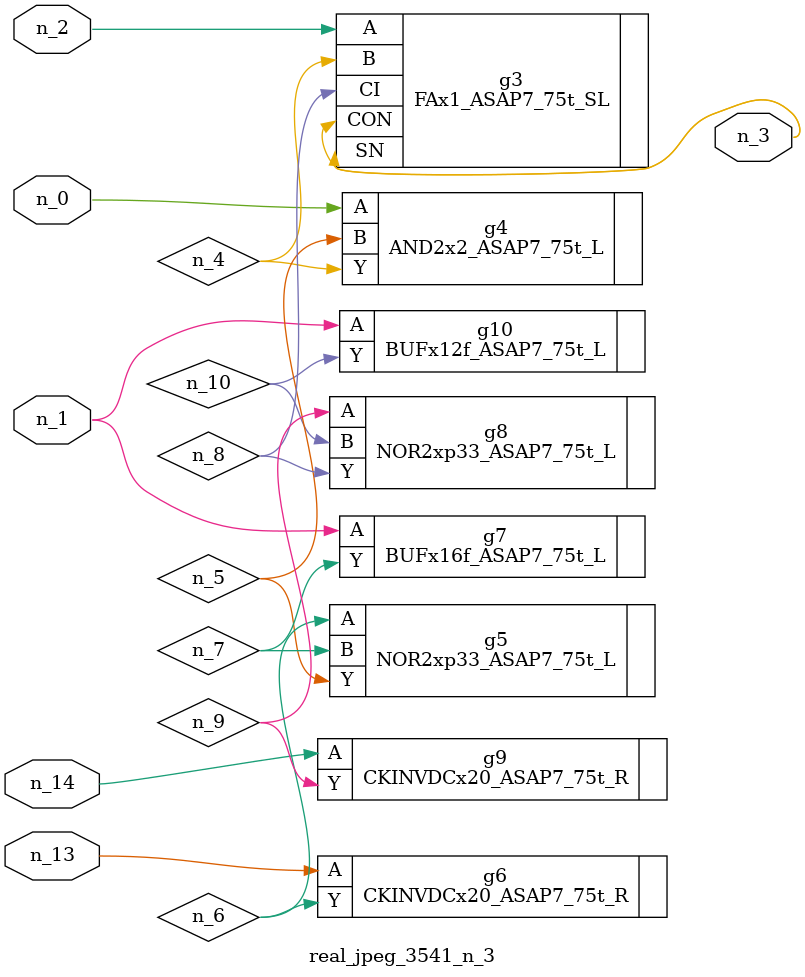
<source format=v>
module real_jpeg_3541_n_3 (n_0, n_1, n_14, n_2, n_13, n_3);

input n_0;
input n_1;
input n_14;
input n_2;
input n_13;

output n_3;

wire n_5;
wire n_4;
wire n_8;
wire n_6;
wire n_7;
wire n_10;
wire n_9;

AND2x2_ASAP7_75t_L g4 ( 
.A(n_0),
.B(n_5),
.Y(n_4)
);

BUFx16f_ASAP7_75t_L g7 ( 
.A(n_1),
.Y(n_7)
);

BUFx12f_ASAP7_75t_L g10 ( 
.A(n_1),
.Y(n_10)
);

FAx1_ASAP7_75t_SL g3 ( 
.A(n_2),
.B(n_4),
.CI(n_8),
.CON(n_3),
.SN(n_3)
);

NOR2xp33_ASAP7_75t_L g5 ( 
.A(n_6),
.B(n_7),
.Y(n_5)
);

NOR2xp33_ASAP7_75t_L g8 ( 
.A(n_9),
.B(n_10),
.Y(n_8)
);

CKINVDCx20_ASAP7_75t_R g6 ( 
.A(n_13),
.Y(n_6)
);

CKINVDCx20_ASAP7_75t_R g9 ( 
.A(n_14),
.Y(n_9)
);


endmodule
</source>
